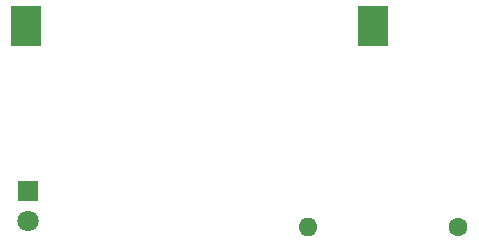
<source format=gbr>
%TF.GenerationSoftware,KiCad,Pcbnew,9.0.0*%
%TF.CreationDate,2025-03-14T14:05:31+03:00*%
%TF.ProjectId,getting-started,67657474-696e-4672-9d73-746172746564,0*%
%TF.SameCoordinates,Original*%
%TF.FileFunction,Soldermask,Bot*%
%TF.FilePolarity,Negative*%
%FSLAX46Y46*%
G04 Gerber Fmt 4.6, Leading zero omitted, Abs format (unit mm)*
G04 Created by KiCad (PCBNEW 9.0.0) date 2025-03-14 14:05:31*
%MOMM*%
%LPD*%
G01*
G04 APERTURE LIST*
%ADD10C,1.600000*%
%ADD11O,1.600000X1.600000*%
%ADD12R,1.800000X1.800000*%
%ADD13C,1.800000*%
%ADD14R,2.540000X3.510000*%
G04 APERTURE END LIST*
D10*
%TO.C,R1*%
X152850000Y-120000000D03*
D11*
X140150000Y-120000000D03*
%TD*%
D12*
%TO.C,D1*%
X116460000Y-117000000D03*
D13*
X116460000Y-119540000D03*
%TD*%
D14*
%TO.C,BT1*%
X145680000Y-103000000D03*
X116320000Y-103000000D03*
%TD*%
M02*

</source>
